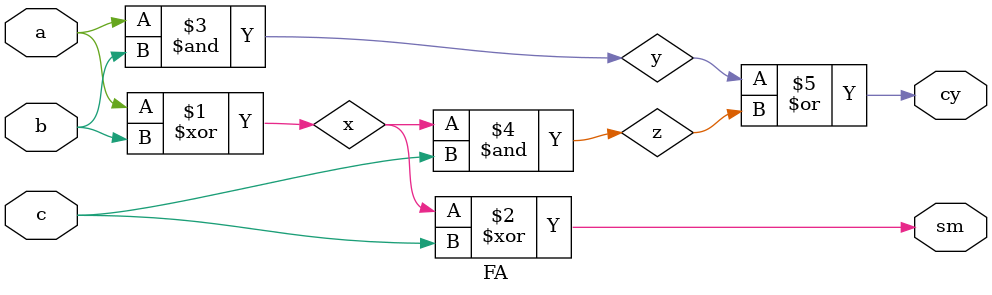
<source format=v>
`timescale 1ns / 1ps

//
// Revision: 
// Revision 0.01 - File Created
// Additional Comments: 
//
//////////////////////////////////////////////////////////////////////////////////
module rad4_exact_mult( x,y,p);
// inputs
// y multiplicand
// x multipland 
input [15:0] x,y;
// output
output [31:0] p;

wire [7:0] sign,two,one;

// first partial product

// code generation 

code code0(one[0],two[0],sign[0],y[1],y[0], 1'b0);

genvar j;
generate
	for ( j = 1; j < 8; j = j+1 )
		begin : pp_code
		code code_gen(one[j],two[j],sign[j],y[2*j+1],y[2*j], y[2*j-1]);
		end
endgenerate

wire [16:0] tmp1_pp; 
assign tmp1_pp = {x[15],x}; // This variable is introduced because pp has 17 bits

// first pp generation 
wire [16:0] p1;
wire [17:0] out1;
assign out1[0] = sign[0];

genvar i;
generate
	for ( i = 0; i < 17; i = i+1 )
		begin : pp_first 
		product pp_pr(tmp1_pp[i],out1[i],one[0],two[0],sign[0],p1[i],out1[i+1]);
		end
endgenerate



// second pp generation 
wire[16:0] p2;
wire[17:0] out2;
assign out2[0] = sign[1];


genvar i2;
generate
	for ( i2 = 0; i2 < 17; i2 = i2+1 )
		begin : pp_second 
		product pp_pr(tmp1_pp[i2],out2[i2],one[1],two[1],sign[1],p2[i2],out2[i2+1]);
		end
endgenerate


// third pp generation 
wire [16:0] p3;
wire [17:0] out3;
assign out3[0] = sign[2];

genvar i3;
generate
	for ( i3 = 0; i3 < 17; i3 = i3+1 )
		begin : pp_third 
		product pp_pr(tmp1_pp[i3],out3[i3],one[2],two[2],sign[2],p3[i3],out3[i3+1]);
		end
endgenerate


// fourth pp generation 
wire [16:0] p4;
wire [17:0] out4;
assign out4[0] = sign[3];

genvar i4;
generate
	for ( i4 = 0; i4 < 17; i4 = i4+1 )
		begin : pp_fourth 
		product pp_pr(tmp1_pp[i4],out4[i4],one[3],two[3],sign[3],p4[i4],out4[i4+1]);
		end
endgenerate


// fifth pp generation 
wire [16:0] p5;
wire [17:0] out5;
assign out5[0] = sign[4];

genvar i5;
generate
	for ( i5 = 0; i5 < 17; i5 = i5+1 )
		begin : pp_fifth
		product pp_pr(tmp1_pp[i5],out5[i5],one[4],two[4],sign[4],p5[i5],out5[i5+1]);
		end
endgenerate

// sixth pp generation 
wire [16:0] p6;
wire [17:0] out6;
assign out6[0] = sign[5];

genvar i6;
generate
	for ( i6 = 0; i6 < 17; i6 = i6+1 )
		begin : pp_sixt
		product pp_pr(tmp1_pp[i6],out6[i6],one[5],two[5],sign[5],p6[i6],out6[i6+1]);
		end
endgenerate

// seventh pp generation 
wire [16:0] p7;
wire [17:0] out7;
assign out7[0] = sign[6];

genvar i7;
generate
	for ( i7 = 0; i7 < 17; i7 = i7+1 )
		begin : pp_seventh
		product pp_pr(tmp1_pp[i7],out7[i7],one[6],two[6],sign[6],p7[i7],out7[i7+1]);
		end
endgenerate

// eight pp generation 
wire [16:0] p8;
wire [17:0] out8;
assign out8[0] = sign[7];

genvar i8;
generate
	for ( i8 = 0; i8 < 17; i8 = i8+1 )
		begin : pp_eight
		product pp_pr(tmp1_pp[i8],out8[i8],one[7],two[7],sign[7],p8[i8],out8[i8+1]);
		end
endgenerate

// Invert MSB
wire [7:0] E_MSB;
wire E_MSB0_neg;
/*
xnor xn1(E_MSB[0],p1[16],x[15]);
xnor xn2(E_MSB[1],p2[16],x[15]);
xnor xn3(E_MSB[2],p3[16],x[15]);
xnor xn4(E_MSB[3],p4[16],x[15]);
xnor xn5(E_MSB[4],p5[16],x[15]);
xnor xn6(E_MSB[5],p6[16],x[15]);
xnor xn7(E_MSB[6],p7[16],x[15]);
xnor xn8(E_MSB[7],p8[16],x[15]);
*/
not xn1(E_MSB[0],p1[16]);
not xn2(E_MSB[1],p2[16]);
not xn3(E_MSB[2],p3[16]);
not xn4(E_MSB[3],p4[16]);
not xn5(E_MSB[4],p5[16]);
not xn6(E_MSB[5],p6[16]);
not xn7(E_MSB[6],p7[16]);
not xn8(E_MSB[7],p8[16]);


not n1(E_MSB0_neg,E_MSB[0]);


// Sign_factors generate
wire [7:0] sign_factor;

genvar i_sign;
generate
	for ( i_sign = 0; i_sign < 8; i_sign = i_sign+1 )
		begin : sgn_fac
		sgn_gen sgn_genXX(one[i_sign],two[i_sign],sign[i_sign],sign_factor[i_sign]);
		end
endgenerate


// first reduction 

	// First group

wire [16:0] sum00_FA;
wire [16:0] carry00_FA;
wire [2:0] sum00_HA;
wire [2:0] carry00_HA;

wire [2:0] tmp001_HA;
wire [2:0] tmp002_HA;

assign tmp001_HA = {1'b1,p1[3],p1[0]};
assign tmp002_HA = {p3[16],p2[1],sign_factor[0]};

genvar i000;
generate
	for (i000 = 0; i000 < 3; i000 = i000 + 1)
		begin : pp_had000
		HAd pp_had(tmp001_HA[i000],tmp002_HA[i000],carry00_HA[i000],sum00_HA[i000]);
		end
endgenerate

wire [16:0] tmp001_FA;
wire [16:0] tmp002_FA;
wire [16:0] tmp003_FA;

assign tmp001_FA = {E_MSB[0],E_MSB0_neg,E_MSB0_neg, p1[16:4],p1[2]};
assign tmp002_FA = {E_MSB[1],p2[16:2],p2[0]};
assign tmp003_FA = {p3[16:0],sign_factor[1]};

genvar i001;
generate
	for (i001 = 0; i001 < 17; i001 = i001 + 1)
		begin : pp_fad00
		FAd pp_fad(tmp001_FA[i001],tmp002_FA[i001], tmp003_FA[i001], carry00_FA[i001],sum00_FA[i001]);
		end
endgenerate

// Second group

wire [15:0] sum01_FA;
wire [15:0] carry01_FA;
wire [3:0] sum01_HA;
wire [3:0] carry01_HA;

wire [3:0] tmp011_HA;
wire [3:0] tmp012_HA;

assign tmp011_HA = {1'b1,E_MSB[4],p4[3],p4[0]};
assign tmp012_HA = {p6[16:15],p5[1],sign_factor[3]};

genvar i010;
generate
	for (i010 = 0; i010 < 4; i010 = i010 + 1)
		begin : pp_had01
		HAd pp_had(tmp011_HA[i010],tmp012_HA[i010],carry01_HA[i010],sum01_HA[i010]);
		end
endgenerate

wire [15:0] tmp011_FA;
wire [15:0] tmp012_FA;
wire [15:0] tmp013_FA;

assign tmp011_FA = {1'b1,E_MSB[3],p4[16:4],p4[2]};
assign tmp012_FA = {p5[16:2],p5[0]};
assign tmp013_FA = {p6[14:0],sign_factor[4]};

genvar i011;
generate
	for (i011 = 0; i011 < 16; i011 = i011 + 1)
		begin : pp_fad01
		FAd pp_fad(tmp011_FA[i011],tmp012_FA[i011], tmp013_FA[i011], carry01_FA[i011],sum01_FA[i011]);
		end
endgenerate


	// Third group

wire  sum02_FA;
wire  carry02_FA;
wire [16:0] sum02_HA;
wire [16:0] carry02_HA;



FAd f020(p7[2],p8[0],sign_factor[7],carry02_FA,sum02_FA);

wire [16:0] tmp021_HA;
wire [16:0] tmp022_HA;

assign tmp021_HA = {1'b1,E_MSB[6],p7[16:3],p7[0]};
assign tmp022_HA = {p8[16:1],sign_factor[6]};

genvar i020;
generate
	for (i020 = 0; i020  < 17; i020  = i020  + 1)
		begin : pp_had02
		HAd pp_had(tmp021_HA[i020],tmp022_HA[i020],carry02_HA[i020],sum02_HA[i020]);
		end
endgenerate


// Second reduction 

	//First group 

wire [16:0] sum10_FA;
wire [16:0] carry10_FA;
wire [3:0] sum10_HA;
wire [3:0] carry10_HA;

HAd h100(p1[1],carry00_HA[0],carry10_HA[0],sum10_HA[0]);
HAd h101(sum00_HA[1],carry00_FA[0],carry10_HA[1],sum10_HA[1]);
HAd h102(sum00_FA[2],carry00_FA[1],carry10_HA[2],sum10_HA[2]);
HAd h103(1'b1,sum01_FA[13],carry10_HA[3],sum10_HA[3]);

wire[16:0] tmp100;
wire[16:0] tmp101;
wire[16:0] tmp102;

assign tmp100 = { E_MSB[2],sum00_HA[2],sum00_FA[16:3],sum00_FA[1]};
assign tmp101 = {carry00_HA[2],carry00_FA[16:2],carry00_HA[1]};
assign tmp102 = {sum01_FA[12:1],sum01_HA[1],sum01_FA[0],p4[1],sum01_HA[0],sign_factor[2]};

genvar i11;
generate
	for(i11 = 0; i11 < 17; i11 = i11 +1 )
		begin : pp_fad10
		FAd pp_fad(tmp100[i11],tmp101[i11],tmp102[i11],carry10_FA[i11],sum10_FA[i11]);
		end
endgenerate


   // Second group 

wire [13:0] sum11_FA;
wire [13:0] carry11_FA;
wire [6:0] sum11_HA;
wire [6:0] carry11_HA;   

wire[6:0] tmp100_HA;
wire[6:0] tmp101_HA;

assign tmp100_HA = {E_MSB[7],sum02_HA[16:14],carry01_FA[4],carry01_FA[2],carry01_HA[1]};
assign tmp101_HA = {carry02_HA[16:13],sum02_FA,sum02_HA[0],sign_factor[5]};

genvar i12;
generate
	for(i12 = 0; i12 < 7; i12 = i12 +1 )
		begin : pp_had11
		HAd pp_had(tmp100_HA[i12],tmp101_HA[i12],carry11_HA[i12],sum11_HA[i12]);
		end
endgenerate

wire[13:0] tmp110_FA;
wire[13:0] tmp111_FA;
wire[13:0] tmp112_FA;

assign tmp110_FA = {carry01_HA[3:2],carry01_FA[15:5],carry01_FA[3]};
assign tmp111_FA = {sum02_HA[13:1],p7[1]};
assign tmp112_FA = {carry02_HA[12:1],carry02_FA,carry02_HA[0]};

genvar i13;
generate
	for(i13 = 0; i13 < 14; i13 = i13 +1 )
		begin : pp_fad12
		FAd pp_fad(tmp110_FA[i13],tmp111_FA[i13],tmp112_FA[i13],carry11_FA[i13],sum11_FA[i13]);
		end
endgenerate

// Third reduction 

wire [20:0] sum20_FA;
wire [20:0] carry20_FA;
wire [7:0] sum20_HA;
wire [7:0] carry20_HA; 

wire[7:0] tmp200_HA;
wire[7:0] tmp201_HA;

assign tmp200_HA = {sum11_HA[6:4],sum10_FA[3],sum10_FA[1],sum10_HA[2],sum10_FA[0],sum00_FA[0]};
assign tmp201_HA = {carry11_HA[5:3],carry10_FA[2],carry10_HA[2],carry10_FA[0],carry10_HA[1],carry10_HA[0]};

genvar i20;
generate
	for(i20 = 0; i20 < 8; i20 = i20 +1 )
		begin : pp_had20 
		HAd pp_had(tmp200_HA[i20],tmp201_HA[i20],carry20_HA[i20],sum20_HA[i20]);
		end
endgenerate

wire[20:0] tmp200_FA;
wire[20:0] tmp201_FA;
wire[20:0] tmp202_FA;

assign tmp200_FA = {1'b1,E_MSB[5],sum01_HA[3:2],sum01_FA[15:14],sum10_HA[3],sum10_FA[16:4],sum10_FA[2]};
assign tmp201_FA = {sum11_HA[3],sum11_FA[13:10],carry10_HA[3],carry10_FA[16:3],carry10_FA[1]};
assign tmp202_FA = {carry11_FA[13:9],sum11_FA[9:1],sum11_HA[2],sum11_FA[0],sum11_HA[1],carry01_FA[1],sum11_HA[0],carry01_FA[0],carry01_HA[0]};

genvar i21;
generate
	for(i21 = 0; i21 < 21; i21 = i21 +1 )
		begin : pp_fad20
		FAd pp_fad(tmp200_FA[i21],tmp201_FA[i21],tmp202_FA[i21],carry20_FA[i21],sum20_FA[i21]);
		end
endgenerate




// Fourth reduction

wire [11:0] sum30_FA;
wire [11:0] carry30_FA;
wire [16:0] sum30_HA;
wire [16:0] carry30_HA; 

wire[16:0] tmp300_HA;
wire[16:0] tmp301_HA;

assign tmp300_HA = {carry11_HA[6],sum20_HA[7:5] ,sum20_FA[20:16],sum20_FA[4],sum20_FA[2:1],sum20_HA[4],sum20_FA[0],sum20_HA[3:2],sum10_HA[1]};
assign tmp301_HA = {carry20_HA[7:5],carry20_FA[20:15],carry20_FA[3],carry20_FA[1],carry20_HA[4],carry20_FA[0],carry20_HA[3:0]};

genvar i30;
generate
	for(i30 = 0; i30 < 17; i30 = i30 +1 )
		begin : pp_had30
		HAd pp_had(tmp300_HA[i30],tmp301_HA[i30],carry30_HA[i30],sum30_HA[i30]);
		end
endgenerate

wire[11:0] tmp300_FA;
wire[11:0] tmp301_FA;
wire[11:0] tmp302_FA;

assign tmp300_FA = {sum20_FA[15:5],sum20_FA[3]};
assign tmp301_FA = {carry20_FA[14:4],carry20_FA[2]};
assign tmp302_FA = {carry11_FA[8:1],carry11_HA[2],carry11_FA[0],carry11_HA[1:0]};


genvar i31;
generate
	for(i31 = 0; i31 < 12; i31 = i31 +1 )
		begin : pp_fad31
		FAd pp_fad(tmp300_FA[i31],tmp301_FA[i31], tmp302_FA[i31], carry30_FA[i31],sum30_FA[i31]);
		end
endgenerate

// Final CLA

wire [31:0] tmp_ADD1;
wire [31:0] tmp_ADD2;
//wire [31:0] tmp_SUM;
//wire [30:0] tmp_2;

assign tmp_ADD1 = {sum30_HA[15:8],sum30_FA[11:1],sum30_HA[7],sum30_FA[0],sum30_HA[6:1],sum20_HA[1],sum30_HA[0],sum20_HA[0],sum10_HA[0],sum00_HA[0]}; 
assign tmp_ADD2 = {carry30_HA[14:8],carry30_FA[11:1],carry30_HA[7],carry30_FA[0],carry30_HA[6:1],1'b0,carry30_HA[0],4'b0}; 



// Product
assign p = tmp_ADD1 + tmp_ADD2;

endmodule


// generation of codes

module code(one,two,sign,y2,y1,y0);
	input y2,y1,y0;
	output one,two,sign;
	wire [1:0]k;
	xor x1(one,y0,y1);
	xor x2(k[1],y2,y1);
	not n1(k[0],one);
	and a1(two,k[0],k[1]);
	assign sign=y2;
endmodule

// calculate correction vector




//generation of inner products

module product(x1,x0,one,two,sign,p,i);
	input x1,x0,sign,one,two;
	output p,i;
	wire [1:0] k;
	xor xo1(i,x1,sign);
	and a1(k[1],i,one);
	and a0(k[0],x0,two);
	or o1(p,k[1],k[0]);
endmodule


//sign_factor generate

module sgn_gen(one,two,sign,sign_factor);
	input sign,one,two;
	output sign_factor;
	wire k;
	or o1(k,one,two);
	and a1(sign_factor,sign,k);
endmodule


//adders design
module HAd(a,b,c,s);
	input a,b;
	output c,s;
	xor x1(s,a,b);
	and a1(c,a,b);
endmodule

module FAd(a,b,c,cy,sm);
	input a,b,c;
	output cy,sm;
	wire x,y,z;
	xor x1(x,a,b);
	xor x2(sm,x,c);
	and a1(y,a,b);
	and a2(z,x,c);
	or o1(cy,y,z);
endmodule



module FA(a,b,c,cy,sm);
	input a,b,c;
	output cy,sm;
	wire x,y,z;
	xor x1(x,a,b);
	xor x2(sm,x,c);
	and a1(y,a,b);
	and a2(z,x,c);
	or o1(cy,y,z);
endmodule



</source>
